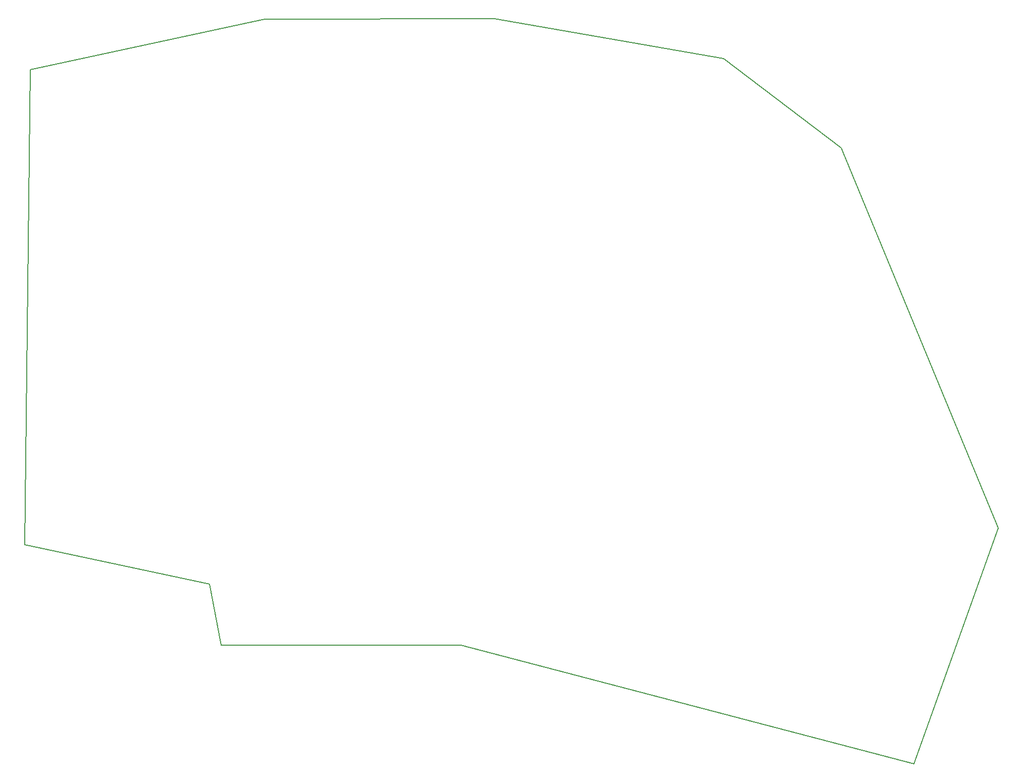
<source format=gm1>
G04 #@! TF.GenerationSoftware,KiCad,Pcbnew,(5.0.0)*
G04 #@! TF.CreationDate,2018-10-18T18:59:20-04:00*
G04 #@! TF.ProjectId,orthomac2,6F7274686F6D6163322E6B696361645F,rev?*
G04 #@! TF.SameCoordinates,Original*
G04 #@! TF.FileFunction,Profile,NP*
%FSLAX46Y46*%
G04 Gerber Fmt 4.6, Leading zero omitted, Abs format (unit mm)*
G04 Created by KiCad (PCBNEW (5.0.0)) date 10/18/18 18:59:20*
%MOMM*%
%LPD*%
G01*
G04 APERTURE LIST*
%ADD10C,0.150000*%
G04 APERTURE END LIST*
D10*
X39375000Y-26250000D02*
X78656250Y-17812500D01*
X69375000Y-112500000D02*
X38437500Y-105937500D01*
X71343750Y-122812500D02*
X69375000Y-112500000D01*
X111562500Y-122812500D02*
X71343750Y-122812500D01*
X187500000Y-142687500D02*
X111562500Y-122812500D01*
X201656250Y-103125000D02*
X187500000Y-142687500D01*
X175312500Y-39375000D02*
X201656250Y-103125000D01*
X155625000Y-24375000D02*
X175312500Y-39375000D01*
X117187500Y-17718750D02*
X155625000Y-24375000D01*
X78656250Y-17812500D02*
X117187500Y-17718750D01*
X38437500Y-105937500D02*
X39375000Y-26250000D01*
M02*

</source>
